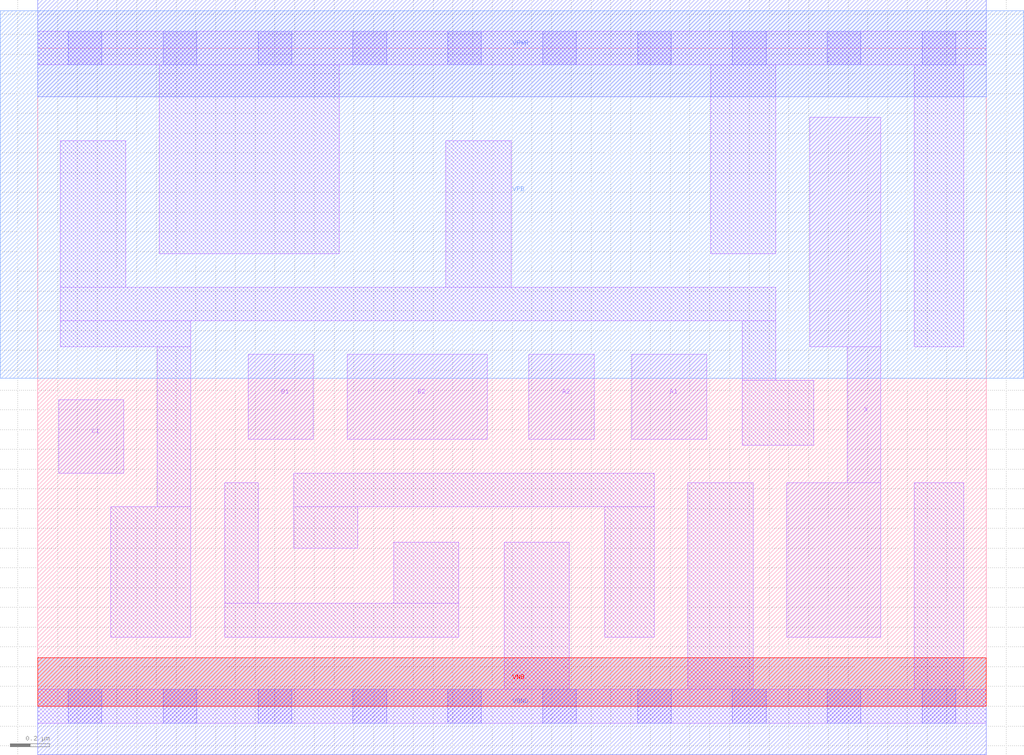
<source format=lef>
# Copyright 2020 The SkyWater PDK Authors
#
# Licensed under the Apache License, Version 2.0 (the "License");
# you may not use this file except in compliance with the License.
# You may obtain a copy of the License at
#
#     https://www.apache.org/licenses/LICENSE-2.0
#
# Unless required by applicable law or agreed to in writing, software
# distributed under the License is distributed on an "AS IS" BASIS,
# WITHOUT WARRANTIES OR CONDITIONS OF ANY KIND, either express or implied.
# See the License for the specific language governing permissions and
# limitations under the License.
#
# SPDX-License-Identifier: Apache-2.0

VERSION 5.7 ;
  NOWIREEXTENSIONATPIN ON ;
  DIVIDERCHAR "/" ;
  BUSBITCHARS "[]" ;
MACRO sky130_fd_sc_ls__o221a_2
  CLASS CORE ;
  FOREIGN sky130_fd_sc_ls__o221a_2 ;
  ORIGIN  0.000000  0.000000 ;
  SIZE  4.800000 BY  3.330000 ;
  SYMMETRY X Y ;
  SITE unit ;
  PIN A1
    ANTENNAGATEAREA  0.261000 ;
    DIRECTION INPUT ;
    USE SIGNAL ;
    PORT
      LAYER li1 ;
        RECT 3.005000 1.350000 3.385000 1.780000 ;
    END
  END A1
  PIN A2
    ANTENNAGATEAREA  0.261000 ;
    DIRECTION INPUT ;
    USE SIGNAL ;
    PORT
      LAYER li1 ;
        RECT 2.485000 1.350000 2.815000 1.780000 ;
    END
  END A2
  PIN B1
    ANTENNAGATEAREA  0.261000 ;
    DIRECTION INPUT ;
    USE SIGNAL ;
    PORT
      LAYER li1 ;
        RECT 1.065000 1.350000 1.395000 1.780000 ;
    END
  END B1
  PIN B2
    ANTENNAGATEAREA  0.261000 ;
    DIRECTION INPUT ;
    USE SIGNAL ;
    PORT
      LAYER li1 ;
        RECT 1.565000 1.350000 2.275000 1.780000 ;
    END
  END B2
  PIN C1
    ANTENNAGATEAREA  0.261000 ;
    DIRECTION INPUT ;
    USE SIGNAL ;
    PORT
      LAYER li1 ;
        RECT 0.105000 1.180000 0.435000 1.550000 ;
    END
  END C1
  PIN X
    ANTENNADIFFAREA  0.543200 ;
    DIRECTION OUTPUT ;
    USE SIGNAL ;
    PORT
      LAYER li1 ;
        RECT 3.790000 0.350000 4.265000 1.130000 ;
        RECT 3.905000 1.820000 4.265000 2.980000 ;
        RECT 4.095000 1.130000 4.265000 1.820000 ;
    END
  END X
  PIN VGND
    DIRECTION INOUT ;
    SHAPE ABUTMENT ;
    USE GROUND ;
    PORT
      LAYER met1 ;
        RECT 0.000000 -0.245000 4.800000 0.245000 ;
    END
  END VGND
  PIN VNB
    DIRECTION INOUT ;
    USE GROUND ;
    PORT
      LAYER pwell ;
        RECT 0.000000 0.000000 4.800000 0.245000 ;
    END
  END VNB
  PIN VPB
    DIRECTION INOUT ;
    USE POWER ;
    PORT
      LAYER nwell ;
        RECT -0.190000 1.660000 4.990000 3.520000 ;
    END
  END VPB
  PIN VPWR
    DIRECTION INOUT ;
    SHAPE ABUTMENT ;
    USE POWER ;
    PORT
      LAYER met1 ;
        RECT 0.000000 3.085000 4.800000 3.575000 ;
    END
  END VPWR
  OBS
    LAYER li1 ;
      RECT 0.000000 -0.085000 4.800000 0.085000 ;
      RECT 0.000000  3.245000 4.800000 3.415000 ;
      RECT 0.115000  1.820000 0.775000 1.950000 ;
      RECT 0.115000  1.950000 3.735000 2.120000 ;
      RECT 0.115000  2.120000 0.445000 2.860000 ;
      RECT 0.370000  0.350000 0.775000 1.010000 ;
      RECT 0.605000  1.010000 0.775000 1.820000 ;
      RECT 0.615000  2.290000 1.525000 3.245000 ;
      RECT 0.945000  0.350000 2.130000 0.520000 ;
      RECT 0.945000  0.520000 1.115000 1.130000 ;
      RECT 1.295000  0.800000 1.620000 1.010000 ;
      RECT 1.295000  1.010000 3.120000 1.180000 ;
      RECT 1.800000  0.520000 2.130000 0.830000 ;
      RECT 2.065000  2.120000 2.395000 2.860000 ;
      RECT 2.360000  0.085000 2.690000 0.830000 ;
      RECT 2.870000  0.350000 3.120000 1.010000 ;
      RECT 3.290000  0.085000 3.620000 1.130000 ;
      RECT 3.405000  2.290000 3.735000 3.245000 ;
      RECT 3.565000  1.320000 3.925000 1.650000 ;
      RECT 3.565000  1.650000 3.735000 1.950000 ;
      RECT 4.435000  0.085000 4.685000 1.130000 ;
      RECT 4.435000  1.820000 4.685000 3.245000 ;
    LAYER mcon ;
      RECT 0.155000 -0.085000 0.325000 0.085000 ;
      RECT 0.155000  3.245000 0.325000 3.415000 ;
      RECT 0.635000 -0.085000 0.805000 0.085000 ;
      RECT 0.635000  3.245000 0.805000 3.415000 ;
      RECT 1.115000 -0.085000 1.285000 0.085000 ;
      RECT 1.115000  3.245000 1.285000 3.415000 ;
      RECT 1.595000 -0.085000 1.765000 0.085000 ;
      RECT 1.595000  3.245000 1.765000 3.415000 ;
      RECT 2.075000 -0.085000 2.245000 0.085000 ;
      RECT 2.075000  3.245000 2.245000 3.415000 ;
      RECT 2.555000 -0.085000 2.725000 0.085000 ;
      RECT 2.555000  3.245000 2.725000 3.415000 ;
      RECT 3.035000 -0.085000 3.205000 0.085000 ;
      RECT 3.035000  3.245000 3.205000 3.415000 ;
      RECT 3.515000 -0.085000 3.685000 0.085000 ;
      RECT 3.515000  3.245000 3.685000 3.415000 ;
      RECT 3.995000 -0.085000 4.165000 0.085000 ;
      RECT 3.995000  3.245000 4.165000 3.415000 ;
      RECT 4.475000 -0.085000 4.645000 0.085000 ;
      RECT 4.475000  3.245000 4.645000 3.415000 ;
  END
END sky130_fd_sc_ls__o221a_2
END LIBRARY

</source>
